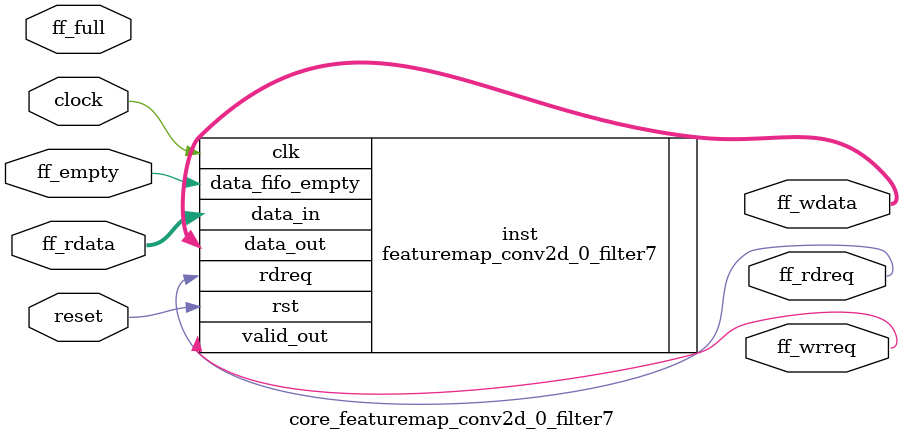
<source format=v>
module core_featuremap_conv2d_0_filter7 (
    clock,
    reset,
    // FIFO READ
    ff_rdata,
    ff_rdreq,
    ff_empty,
    // FIFO WRITE
    ff_wdata,
    ff_wrreq,
    ff_full
);
//
parameter  DWIDTH = 32;
//
input   clock;
input   reset;
// FIFO READ
input [DWIDTH*3-1:0] ff_rdata;
output               ff_rdreq;
input                ff_empty;
// FIFO WRITE
output [DWIDTH-1:0]   ff_wdata;
output                ff_wrreq;
input                 ff_full;
//

featuremap_conv2d_0_filter7 inst(
    .clk(clock),
    .rst(reset), 

    .data_in(ff_rdata),
    .data_fifo_empty(ff_empty),

    .data_out(ff_wdata),
    .valid_out(ff_wrreq),
    .rdreq(ff_rdreq)
);

endmodule
</source>
